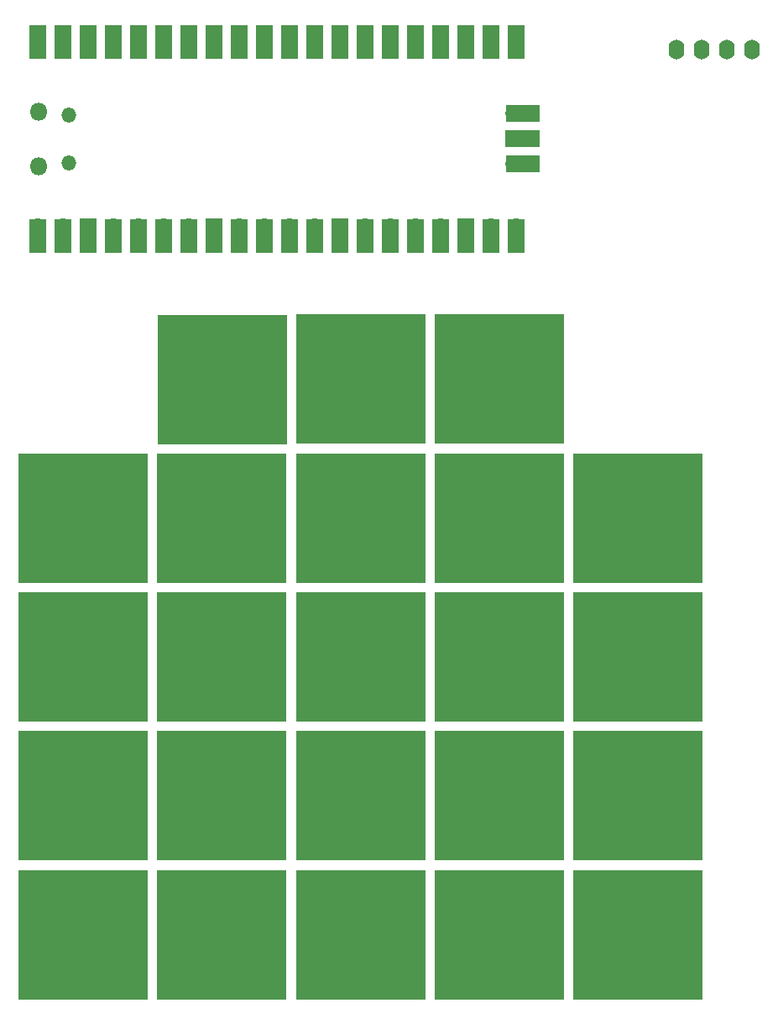
<source format=gbr>
%TF.GenerationSoftware,KiCad,Pcbnew,7.0.9*%
%TF.CreationDate,2024-09-03T11:05:06+09:00*%
%TF.ProjectId,_________,d5eac3af-adfc-4dcf-9cc9-2e6b69636164,rev?*%
%TF.SameCoordinates,Original*%
%TF.FileFunction,Soldermask,Top*%
%TF.FilePolarity,Negative*%
%FSLAX46Y46*%
G04 Gerber Fmt 4.6, Leading zero omitted, Abs format (unit mm)*
G04 Created by KiCad (PCBNEW 7.0.9) date 2024-09-03 11:05:06*
%MOMM*%
%LPD*%
G01*
G04 APERTURE LIST*
%ADD10R,13.000000X13.000000*%
%ADD11O,1.800000X1.800000*%
%ADD12O,1.500000X1.500000*%
%ADD13O,1.700000X1.700000*%
%ADD14R,1.700000X3.500000*%
%ADD15R,1.700000X1.700000*%
%ADD16R,3.500000X1.700000*%
%ADD17O,1.600000X2.000000*%
G04 APERTURE END LIST*
D10*
%TO.C,U36*%
X156209052Y-133450000D03*
%TD*%
%TO.C,U30*%
X156209052Y-119450000D03*
%TD*%
%TO.C,U47*%
X128259052Y-77450000D03*
%TD*%
%TO.C,U37*%
X142209052Y-133450000D03*
%TD*%
%TO.C,U23*%
X142209052Y-91450000D03*
%TD*%
%TO.C,U22*%
X128209052Y-91450000D03*
%TD*%
%TO.C,U21*%
X114209052Y-91450000D03*
%TD*%
%TO.C,U13*%
X156209052Y-105450000D03*
%TD*%
%TO.C,U20*%
X100209052Y-91450000D03*
%TD*%
%TO.C,U38*%
X128209052Y-133450000D03*
%TD*%
D11*
%TO.C,U1*%
X95750000Y-55975000D03*
D12*
X98780000Y-55675000D03*
X98780000Y-50825000D03*
D11*
X95750000Y-50525000D03*
D13*
X95620000Y-62140000D03*
D14*
X95620000Y-63040000D03*
D13*
X98160000Y-62140000D03*
D14*
X98160000Y-63040000D03*
D15*
X100700000Y-62140000D03*
D14*
X100700000Y-63040000D03*
D13*
X103240000Y-62140000D03*
D14*
X103240000Y-63040000D03*
D13*
X105780000Y-62140000D03*
D14*
X105780000Y-63040000D03*
D13*
X108320000Y-62140000D03*
D14*
X108320000Y-63040000D03*
D13*
X110860000Y-62140000D03*
D14*
X110860000Y-63040000D03*
D15*
X113400000Y-62140000D03*
D14*
X113400000Y-63040000D03*
D13*
X115940000Y-62140000D03*
D14*
X115940000Y-63040000D03*
D13*
X118480000Y-62140000D03*
D14*
X118480000Y-63040000D03*
D13*
X121020000Y-62140000D03*
D14*
X121020000Y-63040000D03*
D13*
X123560000Y-62140000D03*
D14*
X123560000Y-63040000D03*
D15*
X126100000Y-62140000D03*
D14*
X126100000Y-63040000D03*
D13*
X128640000Y-62140000D03*
D14*
X128640000Y-63040000D03*
D13*
X131180000Y-62140000D03*
D14*
X131180000Y-63040000D03*
D13*
X133720000Y-62140000D03*
D14*
X133720000Y-63040000D03*
D13*
X136260000Y-62140000D03*
D14*
X136260000Y-63040000D03*
D15*
X138800000Y-62140000D03*
D14*
X138800000Y-63040000D03*
D13*
X141340000Y-62140000D03*
D14*
X141340000Y-63040000D03*
D13*
X143880000Y-62140000D03*
D14*
X143880000Y-63040000D03*
D13*
X143880000Y-44360000D03*
D14*
X143880000Y-43460000D03*
D13*
X141340000Y-44360000D03*
D14*
X141340000Y-43460000D03*
D15*
X138800000Y-44360000D03*
D14*
X138800000Y-43460000D03*
D13*
X136260000Y-44360000D03*
D14*
X136260000Y-43460000D03*
D13*
X133720000Y-44360000D03*
D14*
X133720000Y-43460000D03*
D13*
X131180000Y-44360000D03*
D14*
X131180000Y-43460000D03*
D13*
X128640000Y-44360000D03*
D14*
X128640000Y-43460000D03*
D15*
X126100000Y-44360000D03*
D14*
X126100000Y-43460000D03*
D13*
X123560000Y-44360000D03*
D14*
X123560000Y-43460000D03*
D13*
X121020000Y-44360000D03*
D14*
X121020000Y-43460000D03*
D13*
X118480000Y-44360000D03*
D14*
X118480000Y-43460000D03*
D13*
X115940000Y-44360000D03*
D14*
X115940000Y-43460000D03*
D15*
X113400000Y-44360000D03*
D14*
X113400000Y-43460000D03*
D13*
X110860000Y-44360000D03*
D14*
X110860000Y-43460000D03*
D13*
X108320000Y-44360000D03*
D14*
X108320000Y-43460000D03*
D13*
X105780000Y-44360000D03*
D14*
X105780000Y-43460000D03*
D13*
X103240000Y-44360000D03*
D14*
X103240000Y-43460000D03*
D15*
X100700000Y-44360000D03*
D14*
X100700000Y-43460000D03*
D13*
X98160000Y-44360000D03*
D14*
X98160000Y-43460000D03*
D13*
X95620000Y-44360000D03*
D14*
X95620000Y-43460000D03*
D13*
X143650000Y-55790000D03*
D16*
X144550000Y-55790000D03*
D15*
X143650000Y-53250000D03*
D16*
X144550000Y-53250000D03*
D13*
X143650000Y-50710000D03*
D16*
X144550000Y-50710000D03*
%TD*%
D10*
%TO.C,U46*%
X114259052Y-77500000D03*
%TD*%
D17*
%TO.C,Brd1*%
X160080000Y-44250000D03*
X162620000Y-44250000D03*
X165160000Y-44250000D03*
X167700000Y-44250000D03*
%TD*%
D10*
%TO.C,U12*%
X142209052Y-105450000D03*
%TD*%
%TO.C,U31*%
X100259052Y-133500000D03*
%TD*%
%TO.C,U40*%
X114209052Y-133450000D03*
%TD*%
%TO.C,U43*%
X156209052Y-91450000D03*
%TD*%
%TO.C,U3*%
X100209052Y-105450000D03*
%TD*%
%TO.C,U48*%
X142209052Y-77450000D03*
%TD*%
%TO.C,U7*%
X128209052Y-105450000D03*
%TD*%
%TO.C,U6*%
X114209052Y-105450000D03*
%TD*%
%TO.C,U15*%
X114209052Y-119450000D03*
%TD*%
%TO.C,U28*%
X128209052Y-119450000D03*
%TD*%
%TO.C,U29*%
X142209052Y-119450000D03*
%TD*%
%TO.C,U14*%
X100209052Y-119450000D03*
%TD*%
M02*

</source>
